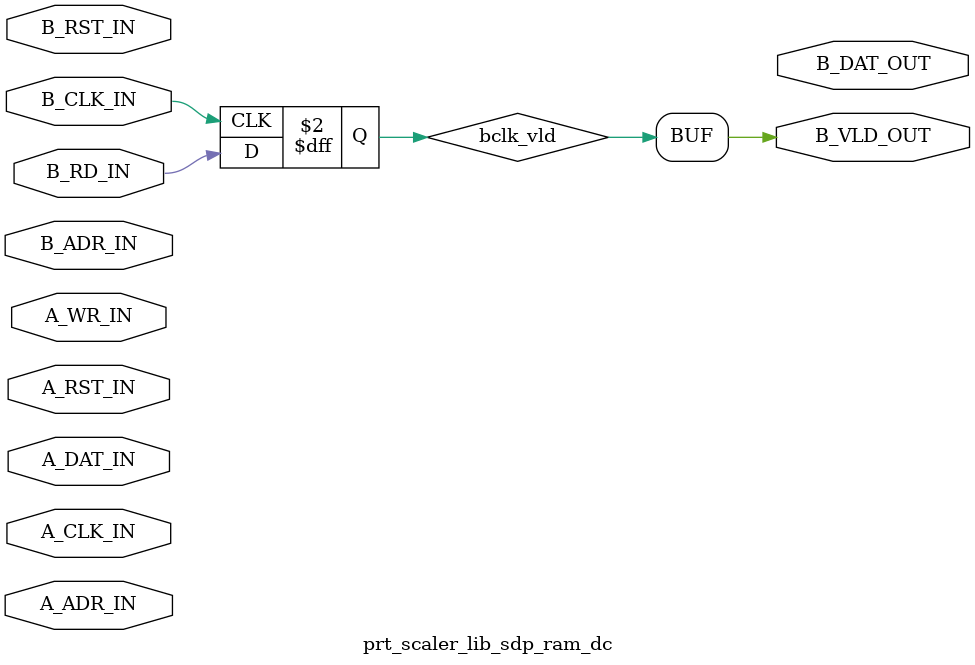
<source format=sv>
/*
     __        __   __   ___ ___ ___  __  
    |__)  /\  |__) |__) |__   |   |  /  \ 
    |    /~~\ |  \ |  \ |___  |   |  \__/ 


    Module: Scaler Library
    (c) 2022 by Parretto B.V.

    History
    =======
    v1.0 - Initial release

    License
    =======
    This License will apply to the use of the IP-core (as defined in the License). 
    Please read the License carefully so that you know what your rights and obligations are when using the IP-core.
    The acceptance of this License constitutes a valid and binding agreement between Parretto and you for the use of the IP-core. 
    If you download and/or make any use of the IP-core you agree to be bound by this License. 
    The License is available for download and print at www.parretto.com/license.html
    Parretto grants you, as the Licensee, a free, non-exclusive, non-transferable, limited right to use the IP-core 
    solely for internal business purposes for the term and conditions of the License. 
    You are also allowed to create Modifications for internal business purposes, but explicitly only under the conditions of art. 3.2.
    You are, however, obliged to pay the License Fees to Parretto for the use of the IP-core, or any Modification, in, or embodied in, 
    a physical or non-tangible product or service that has substantial commercial, industrial or non-consumer uses. 
*/

`timescale 1 ps / 1 ps
`default_nettype none

/*
	Edge Detector
*/
module prt_scaler_lib_edge
(
	input wire	CLK_IN,			// Clock
	input wire	CKE_IN,			// Clock enable
	input wire	A_IN,			// Input
	output wire	RE_OUT,			// Rising edge
	output wire	FE_OUT			// Falling edge
);

// Signals
logic clk_a_del;
logic clk_a_re;
logic clk_a_fe;

// Logic
// Input Registers
	always_ff @ (posedge CLK_IN)
	begin
			// Clock enable
			if (CKE_IN)
				clk_a_del	<= A_IN;
	end

// Rising Edge Detector
	always_comb
	begin
		if (A_IN && !clk_a_del)
			clk_a_re = 1;
		else
			clk_a_re = 0;
	end

// Falling Edge Detector
	always_comb
	begin
		if (!A_IN && clk_a_del)
			clk_a_fe = 1;
		else
			clk_a_fe = 0;
	end

// Outputs
	assign RE_OUT = clk_a_re;
	assign FE_OUT = clk_a_fe;

endmodule

/*
	Bit clock domain crossing
*/
module prt_scaler_lib_cdc_bit
(
	input wire		SRC_CLK_IN,		// Clock
	input wire 		SRC_DAT_IN,		// Data
	input wire		DST_CLK_IN,		// Clock
	output wire 		DST_DAT_OUT		// Data
);

// Parameters
localparam P_STAGES = 4;

// Signals
// The signals must have an unique name,
// so they can be found by the set_false_path constraint
(* dont_touch = "yes" *) logic 					prt_scaler_lib_cdc_bit_sclk_dat;
(* dont_touch = "yes" *) logic [P_STAGES-1:0]	prt_scaler_lib_cdc_bit_dclk_dat;

// Logic

// Source register
	always_ff @ (posedge SRC_CLK_IN)
	begin
		prt_scaler_lib_cdc_bit_sclk_dat <= SRC_DAT_IN;
	end

// Destination register
	always_ff @ (posedge DST_CLK_IN)
	begin
		prt_scaler_lib_cdc_bit_dclk_dat <= {prt_scaler_lib_cdc_bit_dclk_dat[0+:P_STAGES-1], prt_scaler_lib_cdc_bit_sclk_dat};
	end

// Output
	assign DST_DAT_OUT = prt_scaler_lib_cdc_bit_dclk_dat[P_STAGES-1];

endmodule


/*
	Single clock FIFO
*/
module prt_scaler_lib_fifo_sc
#(
	parameter                          	P_VENDOR    	= "none",  // Vendor "xilinx" or "lattice"
	parameter							P_MODE         = "single",		// "single" or "burst"
	parameter 						P_RAM_STYLE	= "distributed",	// "distributed" or "block"
	parameter 						P_ADR_WIDTH 	= 7,
	parameter							P_DAT_WIDTH 	= 512
)
(
	// Clocks and reset
	input wire						RST_IN,		// Reset
	input wire						CLK_IN,		// Clock
	input wire						CLR_IN,		// Clear

	// Write
	input wire						WR_EN_IN,		// Write enable
	input wire						WR_IN,		// Write in
	input wire 	[P_DAT_WIDTH-1:0]		DAT_IN,		// Write data

	// Read
	input wire						RD_EN_IN,		// Read enable in
	input wire						RD_IN,		// Read in
	output wire [P_DAT_WIDTH-1:0]			DAT_OUT,		// Data out
	output wire						DE_OUT,		// Data enable

	// Status
	output wire	[P_ADR_WIDTH:0]		WRDS_OUT,		// Used words
	output wire						EP_OUT,		// Empty
	output wire						FL_OUT		// Full
);

// Parameters
localparam P_WRDS = 2**P_ADR_WIDTH;

// Signals
logic	[P_ADR_WIDTH-1:0]		clk_wp;			// Write pointer
logic 	[P_ADR_WIDTH-1:0]		clk_rp;			// Read pointer
logic	[1:0]				clk_da;
logic	[1:0]				clk_de;
logic	[P_ADR_WIDTH-1:0]		clk_wrds;
logic						clk_ep;
logic						clk_fl;

// Logic

// RAM instantiation
generate
	if (P_VENDOR == "xilinx")
	begin : gen_ram_xlx
		xpm_memory_sdpram 
		#(
			.ADDR_WIDTH_A			(P_ADR_WIDTH),  
			.ADDR_WIDTH_B			(P_ADR_WIDTH),  
			.AUTO_SLEEP_TIME		(0),   
			.BYTE_WRITE_WIDTH_A		(P_DAT_WIDTH),  
			.CASCADE_HEIGHT		(0),            
			.CLOCKING_MODE			("common_clock"), 
			.ECC_MODE				("no_ecc"), 
			.MEMORY_INIT_FILE		("none"),   
			.MEMORY_INIT_PARAM		("0"),      
			.MEMORY_OPTIMIZATION	("true"),   
			.MEMORY_PRIMITIVE		(P_RAM_STYLE),     
			.MEMORY_SIZE			(P_WRDS * P_DAT_WIDTH),        
			.MESSAGE_CONTROL		(0),           
			.READ_DATA_WIDTH_B		(P_DAT_WIDTH), 
			.READ_LATENCY_B		(2),      
			.READ_RESET_VALUE_B		("0"),    
			.RST_MODE_A			("SYNC"), 
			.RST_MODE_B			("SYNC"), 
			.SIM_ASSERT_CHK		(0),             
			.USE_EMBEDDED_CONSTRAINT	(0),    
			.USE_MEM_INIT			(1),              
			.WAKEUP_TIME			("disable_sleep"),
			.WRITE_DATA_WIDTH_A		(P_DAT_WIDTH),
			.WRITE_MODE_B			("read_first") 
		)
		RAM_INST 
		(
			.clka				(CLK_IN),       
			.addra				(clk_wp), 
			.dina				(DAT_IN),
			.ena					(WR_EN_IN), 
			.wea					(WR_IN),

			.clkb				(CLK_IN),  
			.addrb				(clk_rp),  
			.enb					(RD_EN_IN),    
			.doutb				(DAT_OUT), 

			.injectdbiterra		(1'b0),
			.injectsbiterra		(1'b0),
			.regceb				(RD_EN_IN),             
			.rstb				(1'b0),        
			.sleep				(1'b0),             
			.dbiterrb				(), 
			.sbiterrb				()    
		);
	end

	else if (P_VENDOR == "lattice")
	begin : gen_ram_lat
		pmi_ram_dp
		#(
			.pmi_wr_addr_depth    (P_WRDS), 		// integer
			.pmi_wr_addr_width    (P_ADR_WIDTH), 	// integer
			.pmi_wr_data_width    (P_DAT_WIDTH), 	// integer
			.pmi_rd_addr_depth    (P_WRDS), 		// integer
			.pmi_rd_addr_width    (P_ADR_WIDTH), 	// integer
			.pmi_rd_data_width    (P_DAT_WIDTH), 	// integer
			.pmi_regmode          ("reg"), 		// "reg"|"noreg"
			.pmi_resetmode        ("async"), 		// "async"|"sync"
			.pmi_init_file        ("none"), 		// string
			.pmi_init_file_format ("hex"), 		// "binary"|"hex"
			.pmi_family           ("common")  		// "LIFCL"|"LFD2NX"|"LFCPNX"|"LFMXO5"|"UT24C"|"UT24CP"|"common"
		) 
		RAM_INST
		(
			.Reset     (RST_IN),  

			.WrClock   (CLK_IN),  
			.WrClockEn (WR_EN_IN),
			.WrAddress (clk_wp),  
			.WE        (WR_IN),  
			.Data      (DAT_IN), 

			.RdClock   (CLK_IN), 
			.RdClockEn (RD_EN_IN),
			.RdAddress (clk_rp),  

			.Q         (DAT_OUT)  
		);
	end
endgenerate

// Write pointer
	always_ff @ (posedge RST_IN, posedge CLK_IN)
	begin
		if (RST_IN)
			clk_wp <= 0;

		else
		begin
			// Clear
			if (CLR_IN)
				clk_wp <= 0;

			// Write enable
			else if (WR_EN_IN)
			begin
				// Write
				if (WR_IN)
				begin
					// Check for overflow
					if (&clk_wp)
						clk_wp <= 0;
					else
						clk_wp <= clk_wp + 'd1;
				end
			end
		end
	end

// Read pointer
	always_ff @ (posedge RST_IN, posedge CLK_IN)
	begin
		if (RST_IN)
			clk_rp <= 0;

		else
		begin
			// Clear
			if (CLR_IN)
				clk_rp <= 0;

			// Read enable
			else if (RD_EN_IN)
			begin
				// Read
				if (RD_IN && !clk_ep)
				begin
					// Check for overflow
					if (&clk_rp)
						clk_rp <= 0;
					else
						clk_rp <= clk_rp + 'd1;
				end
			end
		end
	end

// Data available
	always_ff @ (posedge RST_IN, posedge CLK_IN)
	begin
		if (RST_IN)
			clk_da <= 0;

		else
		begin
			// Enable
			if (RD_EN_IN)
			begin
				if (clk_ep || RD_IN)
					clk_da <= 0;
				else
				begin
					clk_da[0] <= 1;
					clk_da[1] <= clk_da[0];
				end
			end
		end
	end

// Data enable
generate
	if (P_RAM_STYLE == "distributed")
	begin
		always_comb
		begin
			if (RD_IN && !clk_ep)
				clk_de = 'b01;
			else
				clk_de = 'b00;
		end
	end

	else
	begin
		always_ff @ (posedge RST_IN, posedge CLK_IN)
		begin
			if (RST_IN)
				clk_de <= 0;

			else
			begin
				// Enable
				if (RD_EN_IN)
				begin
					if (!clk_ep)
						clk_de[0] <= RD_IN;
					else
						clk_de[0] <= 0;
					clk_de[1] <= clk_de[0];
				end
			end
		end
	end
endgenerate

// Empty
// Must be combinatorial
	always_comb
	begin
		if (clk_wp == clk_rp)
			clk_ep = 1;
		else
			clk_ep = 0;
	end

// Full
// Must be combinatorial
	always_comb
	begin
		if (clk_wrds > (P_WRDS - 'd2))
			clk_fl = 1;
		else
			clk_fl = 0;
	end

// Words
	always_comb
	begin
		if (clk_wp > clk_rp)
			clk_wrds = clk_wp - clk_rp;

		else if (clk_wp < clk_rp)
			clk_wrds = (P_WRDS - clk_rp) + clk_wp;

		else
			clk_wrds = 0;
	end

// Outputs
	assign DE_OUT 		= (P_MODE == "burst") ? ((P_RAM_STYLE == "block") ? clk_de[$size(clk_de)-1] : clk_de[0]) : ((P_RAM_STYLE == "block") ? clk_da[$size(clk_da)-1] : clk_da[0]);
	assign WRDS_OUT 	= clk_wrds;
	assign EP_OUT 		= clk_ep;
	assign FL_OUT 		= clk_fl;

endmodule

/*
	Simple dual port RAM dual clock
*/
module prt_scaler_lib_sdp_ram_dc
#(
     // System
	parameter                          P_VENDOR    	= "none",  // Vendor "xilinx" or "lattice"

	parameter 					P_RAM_STYLE	= "distributed",	// "distributed", "block" or "ultra"
	parameter 					P_ADR_WIDTH 	= 7,
	parameter						P_DAT_WIDTH 	= 512
)
(
	// Port A
	input wire					A_RST_IN,		// Reset
	input wire					A_CLK_IN,		// Clock
	input wire [P_ADR_WIDTH-1:0]		A_ADR_IN,		// Address
	input wire					A_WR_IN,		// Write in
	input wire [P_DAT_WIDTH-1:0]		A_DAT_IN,		// Write data

	// Port B
	input wire					B_RST_IN,		// Reset
	input wire					B_CLK_IN,		// Clock
	input wire [P_ADR_WIDTH-1:0]		B_ADR_IN,		// Address
	input wire					B_RD_IN,		// Read in
	output wire [P_DAT_WIDTH-1:0]		B_DAT_OUT,	// Read data
	output wire					B_VLD_OUT		// Read data valid
);

// Local parameters
localparam P_WRDS = 2**P_ADR_WIDTH;

// Signals
logic	bclk_vld;

// Logic

// RAM instantiation
generate
	if (P_VENDOR == "xilinx")
	begin : gen_ram_xlx

		// The parameter USE_EMBEDDED_CONSTRAINT must be used for distributed memory with independent clocks
		// to set automatically timing constraints.
		localparam P_USE_CONSTRAINT = (P_RAM_STYLE == "distributed") ? 1 : 0;

		xpm_memory_sdpram 
		#(
			.ADDR_WIDTH_A			(P_ADR_WIDTH),  
			.ADDR_WIDTH_B			(P_ADR_WIDTH),  
			.AUTO_SLEEP_TIME		(0),   
			.BYTE_WRITE_WIDTH_A		(P_DAT_WIDTH),  
			.CASCADE_HEIGHT		(0),            
			.CLOCKING_MODE			("independent_clock"), 
			.ECC_MODE				("no_ecc"), 
			.MEMORY_INIT_FILE		("none"),   
			.MEMORY_INIT_PARAM		("0"),      
			.MEMORY_OPTIMIZATION	("true"),   
			.MEMORY_PRIMITIVE		(P_RAM_STYLE),     
			.MEMORY_SIZE			(P_WRDS * P_DAT_WIDTH),        
			.MESSAGE_CONTROL		(0),           
			.READ_DATA_WIDTH_B		(P_DAT_WIDTH), 
			.READ_LATENCY_B		(1),      
			.READ_RESET_VALUE_B		("0"),    
			.RST_MODE_A			("SYNC"), 
			.RST_MODE_B			("SYNC"), 
			.SIM_ASSERT_CHK		(0),             
			.USE_EMBEDDED_CONSTRAINT	(P_USE_CONSTRAINT),    
			.USE_MEM_INIT			(1),              
			.WAKEUP_TIME			("disable_sleep"),
			.WRITE_DATA_WIDTH_A		(P_DAT_WIDTH),
			.WRITE_MODE_B			("read_first") 
		)
		RAM_INST 
		(
			.clka				(A_CLK_IN),       
			.addra				(A_ADR_IN), 
			.dina				(A_DAT_IN),
			.ena					(1'b1), 
			.wea					(A_WR_IN),

			.clkb				(B_CLK_IN),  
			.addrb				(B_ADR_IN),  
			.enb					(1'b1),    
			.doutb				(B_DAT_OUT), 

			.injectdbiterra		(1'b0),
			.injectsbiterra		(1'b0),
			.regceb				(1'b1),             
			.rstb				(1'b0),        
			.sleep				(1'b0),             
			.dbiterrb				(), 
			.sbiterrb				()    
		);
	end

	else if (P_VENDOR == "lattice")
	begin : gen_ram_lat

		// One single clock read latency is assumed.
		// The distributed read path is asynchronous.
		// Therefore the output register is enabled.
		pmi_distributed_dpram
		#(
		  .pmi_addr_depth       	(P_WRDS), 	// integer      
		  .pmi_addr_width       	(P_ADR_WIDTH), // integer      
		  .pmi_data_width       	(P_DAT_WIDTH), // integer      
		  .pmi_regmode          	("reg"), 	// "reg"|"noreg"    
		  .pmi_init_file        	("none"), 	// string       
		  .pmi_init_file_format 	("hex"), 		// "binary"|"hex"     
		  .pmi_family           	("common")  	// "LIFCL"|"LFD2NX"|"LFCPNX"|"LFMXO5"|"UT24C"|"UT24CP"|"common"    
		) 
		RAM_INST
		(        
		  .Reset     			(1'b0),  		
		  
		  .WrClock   			(A_CLK_IN),  	
		  .WrClockEn 			(1'b1),  		
		  .WrAddress 			(A_ADR_IN),  
		  .WE        			(A_WR_IN),  
		  .Data      			(A_DAT_IN), 

		  .RdClock   			(B_CLK_IN), 
		  .RdClockEn 			(1'b1),  
		  .RdAddress 			(B_ADR_IN), 
		  .Q         			(B_DAT_OUT) 
		);
	end
endgenerate

	// Valid
   	always_ff @ (posedge B_CLK_IN)
   	begin
   		bclk_vld <= B_RD_IN;
	end

   	// Outputs
   	assign B_VLD_OUT = bclk_vld;

endmodule

`default_nettype wire

</source>
